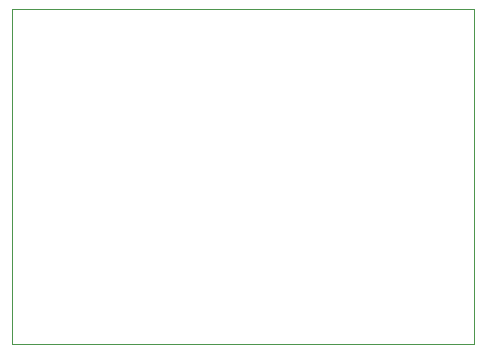
<source format=gko>
G75*
%MOIN*%
%OFA0B0*%
%FSLAX25Y25*%
%IPPOS*%
%LPD*%
%AMOC8*
5,1,8,0,0,1.08239X$1,22.5*
%
%ADD10C,0.00394*%
D10*
X0010107Y0004005D02*
X0010107Y0115540D01*
X0010146Y0115619D02*
X0163926Y0115619D01*
X0163926Y0004005D01*
X0010107Y0004005D01*
M02*

</source>
